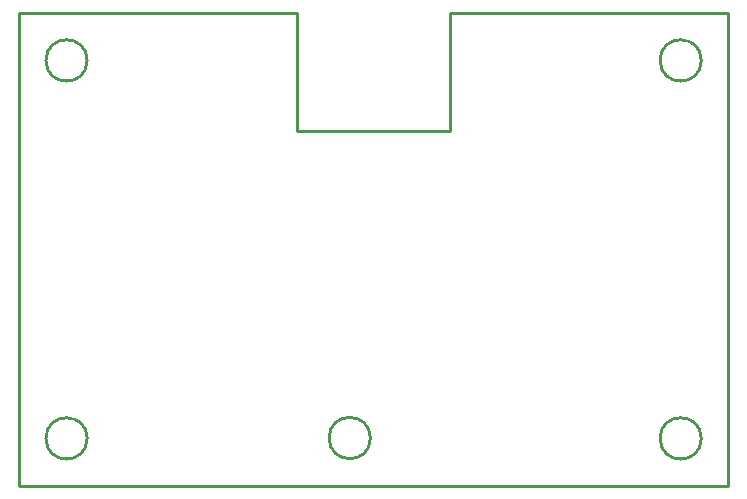
<source format=gko>
%FSLAX42Y42*%
%MOMM*%
G71*
G01*
G75*
%ADD10C,0.25*%
%ADD11R,2.00X2.00*%
%ADD12R,1.25X1.50*%
%ADD13R,4.00X1.80*%
%ADD14R,2.00X4.00*%
%ADD15R,0.75X0.75*%
%ADD16R,1.25X2.80*%
%ADD17R,1.50X1.25*%
%ADD18R,0.91X0.91*%
%ADD19O,2.00X0.60*%
%ADD20R,0.91X1.27*%
%ADD21R,1.25X0.90*%
%ADD22R,0.90X1.25*%
%ADD23R,1.27X0.91*%
%ADD24O,4.00X2.00*%
%ADD25R,2.55X0.90*%
%ADD26O,0.50X2.00*%
%ADD27R,0.50X2.00*%
%ADD28R,1.27X0.51*%
%ADD29R,2.90X5.40*%
%ADD30R,1.50X1.50*%
%ADD31C,0.40*%
%ADD32C,0.25*%
%ADD33C,1.00*%
%ADD34C,1.50*%
%ADD35C,1.25*%
%ADD36C,2.00*%
%ADD37C,1.20*%
%ADD38R,3.48X3.98*%
%ADD39R,7.20X7.85*%
%ADD40R,4.13X2.98*%
%ADD41C,2.00*%
%ADD42R,1.00X1.00*%
%ADD43C,1.00*%
%ADD44C,1.75*%
%ADD45C,3.00*%
%ADD46C,0.30*%
%ADD47R,13.72X11.55*%
%ADD48R,2.02X3.98*%
%ADD49R,2.20X2.20*%
%ADD50R,1.45X1.70*%
%ADD51R,4.20X2.00*%
%ADD52R,2.20X4.20*%
%ADD53R,0.95X0.95*%
%ADD54R,1.45X3.00*%
%ADD55R,1.70X1.45*%
%ADD56R,1.11X1.11*%
%ADD57O,2.20X0.80*%
%ADD58R,1.11X1.47*%
%ADD59R,1.45X1.10*%
%ADD60R,1.10X1.45*%
%ADD61R,1.47X1.11*%
%ADD62O,4.20X2.20*%
%ADD63R,2.75X1.10*%
%ADD64O,0.70X2.20*%
%ADD65R,0.70X2.20*%
%ADD66R,1.47X0.71*%
%ADD67R,3.10X5.60*%
%ADD68R,1.70X1.70*%
%ADD69C,2.20*%
%ADD70R,1.20X1.20*%
%ADD71C,1.20*%
%ADD72C,1.95*%
%ADD73C,3.20*%
D32*
X2973Y403D02*
G03*
X2973Y403I-175J0D01*
G01*
X575Y400D02*
G03*
X575Y400I-175J0D01*
G01*
Y3600D02*
G03*
X575Y3600I-175J0D01*
G01*
X5775D02*
G03*
X5775Y3600I-175J0D01*
G01*
Y400D02*
G03*
X5775Y400I-175J0D01*
G01*
X0Y0D02*
X6000D01*
Y4000D01*
X3650D02*
X6000D01*
X3650Y3000D02*
Y4000D01*
X2350Y3000D02*
X3650D01*
X2350D02*
Y4000D01*
X0D02*
X2350D01*
X0Y0D02*
Y4000D01*
M02*

</source>
